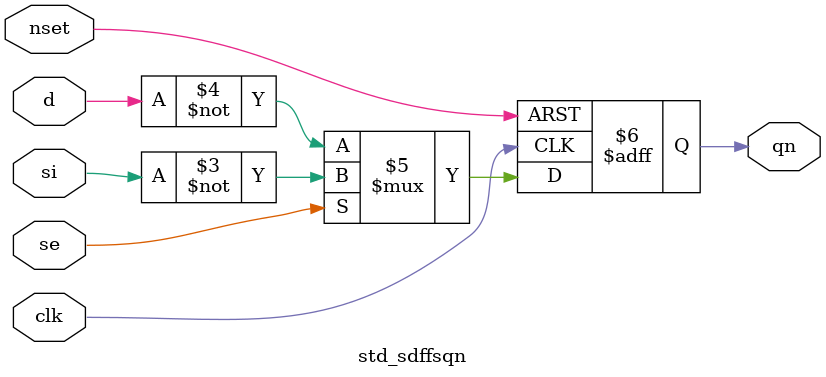
<source format=sv>

module std_sdffsqn #(parameter DW = 1) // array width
(
	input [DW-1:0] 	d,
	input [DW-1:0] 	si,
	input [DW-1:0] 	se,
	input [DW-1:0] 	clk,
	input [DW-1:0] 	nset,
	output logic [DW-1:0] qn
);

always_ff @(posedge clk, negedge nset) begin
	if(!nset) begin
		qn <= 'b0;   
	end else begin
		qn <= se ? ~si : ~d;
	end
end

endmodule

</source>
